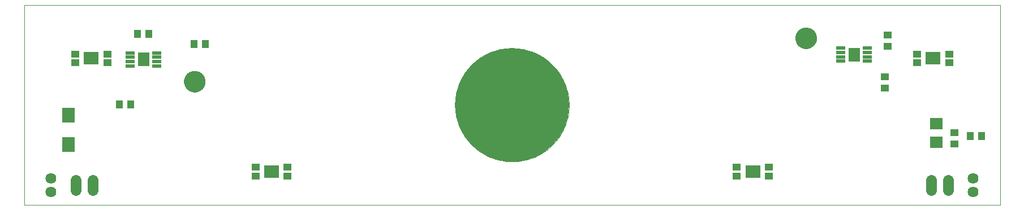
<source format=gts>
G75*
G70*
%OFA0B0*%
%FSLAX24Y24*%
%IPPOS*%
%LPD*%
%AMOC8*
5,1,8,0,0,1.08239X$1,22.5*
%
%ADD10C,0.0000*%
%ADD11C,0.6733*%
%ADD12C,0.0631*%
%ADD13R,0.0749X0.0867*%
%ADD14R,0.0434X0.0473*%
%ADD15R,0.0473X0.0434*%
%ADD16R,0.0709X0.0827*%
%ADD17R,0.0571X0.0217*%
%ADD18R,0.0906X0.0749*%
%ADD19C,0.0640*%
%ADD20R,0.0750X0.0670*%
%ADD21C,0.0860*%
%ADD22C,0.0440*%
D10*
X000350Y000280D02*
X057830Y000280D01*
X057830Y012091D01*
X000350Y012091D01*
X000350Y000280D01*
X025744Y006186D02*
X025748Y006350D01*
X025760Y006514D01*
X025780Y006677D01*
X025808Y006839D01*
X025844Y006999D01*
X025888Y007157D01*
X025940Y007313D01*
X025999Y007466D01*
X026065Y007617D01*
X026139Y007763D01*
X026220Y007906D01*
X026308Y008045D01*
X026402Y008179D01*
X026504Y008309D01*
X026611Y008433D01*
X026724Y008552D01*
X026843Y008665D01*
X026967Y008772D01*
X027097Y008874D01*
X027231Y008968D01*
X027370Y009056D01*
X027513Y009137D01*
X027659Y009211D01*
X027810Y009277D01*
X027963Y009336D01*
X028119Y009388D01*
X028277Y009432D01*
X028437Y009468D01*
X028599Y009496D01*
X028762Y009516D01*
X028926Y009528D01*
X029090Y009532D01*
X029254Y009528D01*
X029418Y009516D01*
X029581Y009496D01*
X029743Y009468D01*
X029903Y009432D01*
X030061Y009388D01*
X030217Y009336D01*
X030370Y009277D01*
X030521Y009211D01*
X030667Y009137D01*
X030810Y009056D01*
X030949Y008968D01*
X031083Y008874D01*
X031213Y008772D01*
X031337Y008665D01*
X031456Y008552D01*
X031569Y008433D01*
X031676Y008309D01*
X031778Y008179D01*
X031872Y008045D01*
X031960Y007906D01*
X032041Y007763D01*
X032115Y007617D01*
X032181Y007466D01*
X032240Y007313D01*
X032292Y007157D01*
X032336Y006999D01*
X032372Y006839D01*
X032400Y006677D01*
X032420Y006514D01*
X032432Y006350D01*
X032436Y006186D01*
X032432Y006022D01*
X032420Y005858D01*
X032400Y005695D01*
X032372Y005533D01*
X032336Y005373D01*
X032292Y005215D01*
X032240Y005059D01*
X032181Y004906D01*
X032115Y004755D01*
X032041Y004609D01*
X031960Y004466D01*
X031872Y004327D01*
X031778Y004193D01*
X031676Y004063D01*
X031569Y003939D01*
X031456Y003820D01*
X031337Y003707D01*
X031213Y003600D01*
X031083Y003498D01*
X030949Y003404D01*
X030810Y003316D01*
X030667Y003235D01*
X030521Y003161D01*
X030370Y003095D01*
X030217Y003036D01*
X030061Y002984D01*
X029903Y002940D01*
X029743Y002904D01*
X029581Y002876D01*
X029418Y002856D01*
X029254Y002844D01*
X029090Y002840D01*
X028926Y002844D01*
X028762Y002856D01*
X028599Y002876D01*
X028437Y002904D01*
X028277Y002940D01*
X028119Y002984D01*
X027963Y003036D01*
X027810Y003095D01*
X027659Y003161D01*
X027513Y003235D01*
X027370Y003316D01*
X027231Y003404D01*
X027097Y003498D01*
X026967Y003600D01*
X026843Y003707D01*
X026724Y003820D01*
X026611Y003939D01*
X026504Y004063D01*
X026402Y004193D01*
X026308Y004327D01*
X026220Y004466D01*
X026139Y004609D01*
X026065Y004755D01*
X025999Y004906D01*
X025940Y005059D01*
X025888Y005215D01*
X025844Y005373D01*
X025808Y005533D01*
X025780Y005695D01*
X025760Y005858D01*
X025748Y006022D01*
X025744Y006186D01*
D11*
X029090Y006186D03*
D12*
X053787Y001756D02*
X053787Y001166D01*
X054787Y001166D02*
X054787Y001756D01*
X004393Y001756D02*
X004393Y001166D01*
X003393Y001166D02*
X003393Y001756D01*
D13*
X002933Y003845D03*
X002933Y005577D03*
D14*
X005956Y006218D03*
X006626Y006218D03*
X010341Y009768D03*
X011010Y009768D03*
X007682Y010400D03*
X007013Y010400D03*
X056091Y004350D03*
X056760Y004350D03*
D15*
X055136Y004561D03*
X055136Y003892D03*
X044208Y002504D03*
X044208Y001993D03*
X042319Y001993D03*
X042319Y002504D03*
X051048Y007184D03*
X051048Y007853D03*
X052949Y008686D03*
X054838Y008686D03*
X054838Y009197D03*
X052949Y009197D03*
X051229Y009639D03*
X051229Y010308D03*
X015862Y002504D03*
X013972Y002504D03*
X013972Y001993D03*
X015862Y001993D03*
X005232Y008686D03*
X005232Y009197D03*
X003342Y009197D03*
X003342Y008686D03*
D16*
X007370Y008878D03*
X049239Y009153D03*
D17*
X048462Y009025D03*
X048462Y008769D03*
X050017Y008769D03*
X050017Y009025D03*
X050017Y009281D03*
X050017Y009537D03*
X048462Y009537D03*
X048462Y009281D03*
X008147Y009262D03*
X008147Y009006D03*
X008147Y008750D03*
X008147Y008495D03*
X006592Y008495D03*
X006592Y008750D03*
X006592Y009006D03*
X006592Y009262D03*
D18*
X004287Y008941D03*
X014917Y002249D03*
X043264Y002249D03*
X053893Y008941D03*
D19*
X056256Y001855D03*
X056256Y001067D03*
X001925Y001067D03*
X001925Y001855D03*
D20*
X054077Y003968D03*
X054077Y005088D03*
D21*
X046216Y010123D02*
X046218Y010150D01*
X046224Y010177D01*
X046233Y010203D01*
X046246Y010227D01*
X046262Y010250D01*
X046281Y010269D01*
X046303Y010286D01*
X046327Y010300D01*
X046352Y010310D01*
X046379Y010317D01*
X046406Y010320D01*
X046434Y010319D01*
X046461Y010314D01*
X046487Y010306D01*
X046511Y010294D01*
X046534Y010278D01*
X046555Y010260D01*
X046572Y010239D01*
X046587Y010215D01*
X046598Y010190D01*
X046606Y010164D01*
X046610Y010137D01*
X046610Y010109D01*
X046606Y010082D01*
X046598Y010056D01*
X046587Y010031D01*
X046572Y010007D01*
X046555Y009986D01*
X046534Y009968D01*
X046512Y009952D01*
X046487Y009940D01*
X046461Y009932D01*
X046434Y009927D01*
X046406Y009926D01*
X046379Y009929D01*
X046352Y009936D01*
X046327Y009946D01*
X046303Y009960D01*
X046281Y009977D01*
X046262Y009996D01*
X046246Y010019D01*
X046233Y010043D01*
X046224Y010069D01*
X046218Y010096D01*
X046216Y010123D01*
X010193Y007563D02*
X010195Y007590D01*
X010201Y007617D01*
X010210Y007643D01*
X010223Y007667D01*
X010239Y007690D01*
X010258Y007709D01*
X010280Y007726D01*
X010304Y007740D01*
X010329Y007750D01*
X010356Y007757D01*
X010383Y007760D01*
X010411Y007759D01*
X010438Y007754D01*
X010464Y007746D01*
X010488Y007734D01*
X010511Y007718D01*
X010532Y007700D01*
X010549Y007679D01*
X010564Y007655D01*
X010575Y007630D01*
X010583Y007604D01*
X010587Y007577D01*
X010587Y007549D01*
X010583Y007522D01*
X010575Y007496D01*
X010564Y007471D01*
X010549Y007447D01*
X010532Y007426D01*
X010511Y007408D01*
X010489Y007392D01*
X010464Y007380D01*
X010438Y007372D01*
X010411Y007367D01*
X010383Y007366D01*
X010356Y007369D01*
X010329Y007376D01*
X010304Y007386D01*
X010280Y007400D01*
X010258Y007417D01*
X010239Y007436D01*
X010223Y007459D01*
X010210Y007483D01*
X010201Y007509D01*
X010195Y007536D01*
X010193Y007563D01*
D22*
X010390Y007563D03*
X046413Y010123D03*
M02*

</source>
